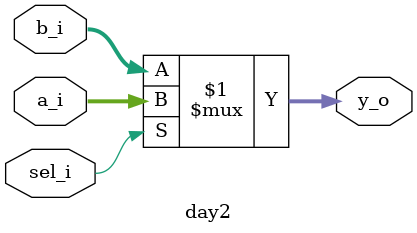
<source format=v>

module day2(
  input wire [3:0] a_i,
  input wire [3:0] b_i,
  input wire sel_i,
  output wire [3:0] y_o
);
  
  assign y_o = sel_i ? a_i: b_i;
  
endmodule

</source>
